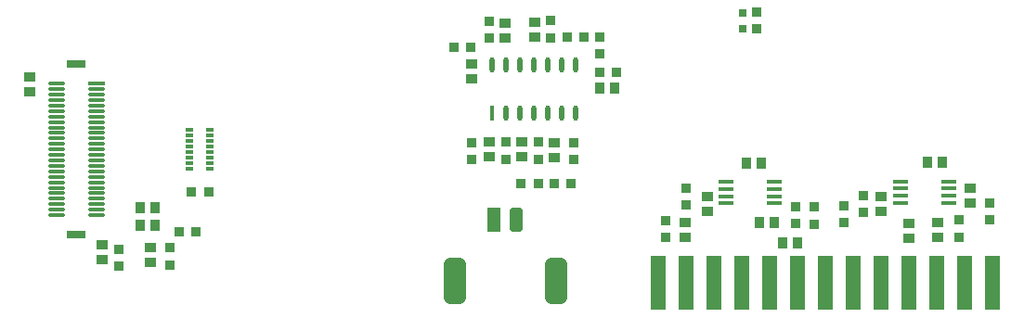
<source format=gtp>
G04*
G04 #@! TF.GenerationSoftware,Altium Limited,Altium Designer,19.0.10 (269)*
G04*
G04 Layer_Color=8421504*
%FSLAX25Y25*%
%MOIN*%
G70*
G01*
G75*
%ADD18R,0.05709X0.01772*%
%ADD19R,0.03937X0.03543*%
%ADD20R,0.03000X0.01400*%
%ADD21R,0.03347X0.03347*%
%ADD22R,0.03543X0.03937*%
%ADD23R,0.03347X0.03347*%
%ADD24R,0.05512X0.19685*%
%ADD25O,0.01772X0.05709*%
%ADD26R,0.01772X0.05709*%
G04:AMPARAMS|DCode=27|XSize=47.24mil|YSize=86.61mil|CornerRadius=11.81mil|HoleSize=0mil|Usage=FLASHONLY|Rotation=0.000|XOffset=0mil|YOffset=0mil|HoleType=Round|Shape=RoundedRectangle|*
%AMROUNDEDRECTD27*
21,1,0.04724,0.06299,0,0,0.0*
21,1,0.02362,0.08661,0,0,0.0*
1,1,0.02362,0.01181,-0.03150*
1,1,0.02362,-0.01181,-0.03150*
1,1,0.02362,-0.01181,0.03150*
1,1,0.02362,0.01181,0.03150*
%
%ADD27ROUNDEDRECTD27*%
%ADD28R,0.04724X0.08661*%
G04:AMPARAMS|DCode=29|XSize=78.74mil|YSize=165.35mil|CornerRadius=19.68mil|HoleSize=0mil|Usage=FLASHONLY|Rotation=0.000|XOffset=0mil|YOffset=0mil|HoleType=Round|Shape=RoundedRectangle|*
%AMROUNDEDRECTD29*
21,1,0.07874,0.12598,0,0,0.0*
21,1,0.03937,0.16535,0,0,0.0*
1,1,0.03937,0.01968,-0.06299*
1,1,0.03937,-0.01968,-0.06299*
1,1,0.03937,-0.01968,0.06299*
1,1,0.03937,0.01968,0.06299*
%
%ADD29ROUNDEDRECTD29*%
%ADD30R,0.03150X0.03150*%
%ADD31R,0.07087X0.03150*%
%ADD32R,0.06299X0.01181*%
%ADD33O,0.06299X0.01181*%
D18*
X334941Y39926D02*
D03*
Y42485D02*
D03*
Y45044D02*
D03*
Y47603D02*
D03*
X317618Y39926D02*
D03*
Y42485D02*
D03*
Y45044D02*
D03*
Y47603D02*
D03*
X272038Y39656D02*
D03*
Y42215D02*
D03*
Y44774D02*
D03*
Y47333D02*
D03*
X254715Y39656D02*
D03*
Y42215D02*
D03*
Y44774D02*
D03*
Y47333D02*
D03*
D19*
X320394Y27224D02*
D03*
Y32539D02*
D03*
X48228Y23622D02*
D03*
Y18307D02*
D03*
X30709Y24705D02*
D03*
Y19390D02*
D03*
X4921Y79724D02*
D03*
Y85039D02*
D03*
X330709Y27559D02*
D03*
Y32874D02*
D03*
X342520Y39827D02*
D03*
Y45142D02*
D03*
X310394Y42028D02*
D03*
Y36713D02*
D03*
X240158Y27559D02*
D03*
Y32874D02*
D03*
X248031Y42028D02*
D03*
Y36713D02*
D03*
X193280Y61551D02*
D03*
Y56236D02*
D03*
X181468Y61630D02*
D03*
Y56315D02*
D03*
X163386Y89764D02*
D03*
Y84449D02*
D03*
X169783Y61657D02*
D03*
Y56342D02*
D03*
X186073Y99360D02*
D03*
Y104675D02*
D03*
X175689Y99133D02*
D03*
Y104448D02*
D03*
D20*
X69595Y52055D02*
D03*
Y54055D02*
D03*
Y56055D02*
D03*
Y58055D02*
D03*
Y60055D02*
D03*
Y62055D02*
D03*
Y64055D02*
D03*
Y66055D02*
D03*
X62295D02*
D03*
Y64055D02*
D03*
Y62055D02*
D03*
Y60055D02*
D03*
Y58055D02*
D03*
Y56055D02*
D03*
Y54055D02*
D03*
Y52055D02*
D03*
D21*
X69095Y43765D02*
D03*
X62992D02*
D03*
X64468Y29528D02*
D03*
X58366D02*
D03*
X199185Y46787D02*
D03*
X193083D02*
D03*
X181272D02*
D03*
X187374D02*
D03*
X157185Y95669D02*
D03*
X163287D02*
D03*
X215589Y86891D02*
D03*
X209487D02*
D03*
X197785Y99360D02*
D03*
X203888D02*
D03*
D22*
X44488Y38189D02*
D03*
X49803D02*
D03*
X44587Y31890D02*
D03*
X49902D02*
D03*
X332382Y54391D02*
D03*
X327067D02*
D03*
X267421Y54181D02*
D03*
X262106D02*
D03*
X272082Y32874D02*
D03*
X266767D02*
D03*
X280601Y25377D02*
D03*
X275286D02*
D03*
X209487Y80986D02*
D03*
X214802D02*
D03*
D23*
X55118Y17520D02*
D03*
Y23622D02*
D03*
X37008Y17028D02*
D03*
Y23130D02*
D03*
X338583Y27559D02*
D03*
Y33661D02*
D03*
X297244Y32845D02*
D03*
Y38947D02*
D03*
X349410Y33824D02*
D03*
Y39926D02*
D03*
X304134Y36319D02*
D03*
Y42421D02*
D03*
X286638Y32260D02*
D03*
Y38362D02*
D03*
X279786Y32382D02*
D03*
Y38484D02*
D03*
X240394Y38976D02*
D03*
Y45079D02*
D03*
X200102Y55449D02*
D03*
Y61551D02*
D03*
X187374Y55528D02*
D03*
Y61630D02*
D03*
X175984Y61713D02*
D03*
Y55610D02*
D03*
X163386Y55449D02*
D03*
Y61551D02*
D03*
X209610Y93405D02*
D03*
Y99508D02*
D03*
X191978Y105364D02*
D03*
Y99262D02*
D03*
X265738Y102442D02*
D03*
Y108544D02*
D03*
X169783Y105235D02*
D03*
Y99133D02*
D03*
X233268Y33563D02*
D03*
Y27461D02*
D03*
D24*
X350394Y11024D02*
D03*
X340394D02*
D03*
X330394D02*
D03*
X320394D02*
D03*
X310394D02*
D03*
X300394D02*
D03*
X290394D02*
D03*
X280394D02*
D03*
X270394D02*
D03*
X260394D02*
D03*
X250394D02*
D03*
X240394D02*
D03*
X230394D02*
D03*
D25*
X200720Y89370D02*
D03*
X195720D02*
D03*
X190720D02*
D03*
X185720D02*
D03*
X180720D02*
D03*
X175720D02*
D03*
X170720D02*
D03*
X200720Y72048D02*
D03*
X195720D02*
D03*
X190720D02*
D03*
X185720D02*
D03*
X180720D02*
D03*
X175720D02*
D03*
D26*
X170720D02*
D03*
D27*
X179528Y33779D02*
D03*
D28*
X171653D02*
D03*
D29*
X157480Y11811D02*
D03*
X193701D02*
D03*
D30*
X260778Y108268D02*
D03*
Y102362D02*
D03*
D31*
X21654Y28346D02*
D03*
Y89764D02*
D03*
D32*
X28740Y82677D02*
D03*
D33*
Y80709D02*
D03*
Y78740D02*
D03*
Y76772D02*
D03*
Y74803D02*
D03*
Y72835D02*
D03*
Y70866D02*
D03*
Y68898D02*
D03*
Y66929D02*
D03*
Y64961D02*
D03*
Y62992D02*
D03*
Y61024D02*
D03*
Y59055D02*
D03*
Y57087D02*
D03*
Y55118D02*
D03*
Y53150D02*
D03*
Y51181D02*
D03*
Y49213D02*
D03*
Y47244D02*
D03*
Y45276D02*
D03*
Y43307D02*
D03*
Y41339D02*
D03*
Y39370D02*
D03*
Y37402D02*
D03*
Y35433D02*
D03*
X14567D02*
D03*
Y37402D02*
D03*
Y39370D02*
D03*
Y41339D02*
D03*
Y43307D02*
D03*
Y45276D02*
D03*
Y47244D02*
D03*
Y49213D02*
D03*
Y51181D02*
D03*
Y53150D02*
D03*
Y55118D02*
D03*
Y57087D02*
D03*
Y59055D02*
D03*
Y61024D02*
D03*
Y62992D02*
D03*
Y64961D02*
D03*
Y66929D02*
D03*
Y68898D02*
D03*
Y70866D02*
D03*
Y72835D02*
D03*
Y74803D02*
D03*
Y76772D02*
D03*
Y78740D02*
D03*
Y80709D02*
D03*
Y82677D02*
D03*
M02*

</source>
